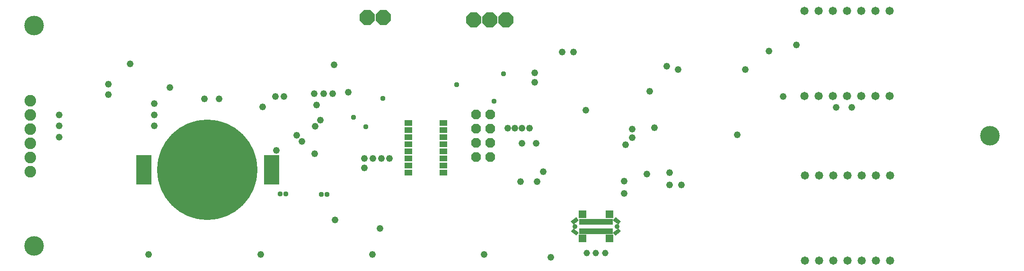
<source format=gbs>
G75*
%MOIN*%
%OFA0B0*%
%FSLAX25Y25*%
%IPPOS*%
%LPD*%
%AMOC8*
5,1,8,0,0,1.08239X$1,22.5*
%
%ADD10C,0.05800*%
%ADD11OC8,0.10800*%
%ADD12C,0.08200*%
%ADD13C,0.13792*%
%ADD14R,0.05800X0.03950*%
%ADD15C,0.70800*%
%ADD16R,0.10800X0.20800*%
%ADD17OC8,0.06800*%
%ADD18R,0.01981X0.04146*%
%ADD19R,0.04855X0.02769*%
%ADD20R,0.05556X0.05556*%
%ADD21C,0.03556*%
%ADD22C,0.04762*%
%ADD23C,0.03778*%
%ADD24C,0.04565*%
D10*
X0562863Y0009713D03*
X0572863Y0009713D03*
X0582863Y0009713D03*
X0592863Y0009713D03*
X0602863Y0009713D03*
X0612863Y0009713D03*
X0622863Y0009713D03*
X0622863Y0069713D03*
X0612863Y0069713D03*
X0602863Y0069713D03*
X0592863Y0069713D03*
X0582863Y0069713D03*
X0572863Y0069713D03*
X0562863Y0069713D03*
X0562548Y0125737D03*
X0572548Y0125737D03*
X0582548Y0125737D03*
X0592548Y0125737D03*
X0602548Y0125737D03*
X0612548Y0125737D03*
X0622548Y0125737D03*
X0622548Y0185737D03*
X0612548Y0185737D03*
X0602548Y0185737D03*
X0592548Y0185737D03*
X0582548Y0185737D03*
X0572548Y0185737D03*
X0562548Y0185737D03*
D11*
X0352194Y0179359D03*
X0340894Y0179280D03*
X0329477Y0179280D03*
X0265973Y0180934D03*
X0254556Y0180934D03*
D12*
X0017233Y0122233D03*
X0017233Y0112233D03*
X0017233Y0102233D03*
X0017233Y0092233D03*
X0017233Y0082233D03*
X0017233Y0072233D03*
D13*
X0019910Y0019910D03*
X0019910Y0175422D03*
X0693139Y0097469D03*
D14*
X0308296Y0096682D03*
X0308296Y0091721D03*
X0308296Y0086682D03*
X0308296Y0081682D03*
X0308296Y0076682D03*
X0308296Y0071682D03*
X0283611Y0071643D03*
X0283493Y0076643D03*
X0283493Y0081643D03*
X0283493Y0086643D03*
X0283493Y0091643D03*
X0283493Y0096643D03*
X0283493Y0101643D03*
X0283493Y0106643D03*
X0308296Y0106721D03*
X0308296Y0101682D03*
D15*
X0141957Y0073454D03*
D16*
X0097057Y0073754D03*
X0187157Y0073454D03*
D17*
X0331052Y0082469D03*
X0341052Y0082469D03*
X0341052Y0092469D03*
X0331052Y0092469D03*
X0331052Y0102469D03*
X0341052Y0102469D03*
X0341052Y0112469D03*
X0331052Y0112469D03*
D18*
X0404753Y0036957D03*
X0406721Y0036957D03*
X0408690Y0036957D03*
X0410658Y0036957D03*
X0412627Y0036957D03*
X0414595Y0036957D03*
X0416564Y0036957D03*
X0418532Y0036957D03*
X0420501Y0036957D03*
X0422469Y0036957D03*
X0424438Y0036957D03*
X0426406Y0036957D03*
X0426406Y0030422D03*
X0424438Y0030422D03*
X0422469Y0030422D03*
X0420501Y0030422D03*
X0418532Y0030422D03*
X0416564Y0030422D03*
X0414595Y0030422D03*
X0412627Y0030422D03*
X0410658Y0030422D03*
X0408690Y0030422D03*
X0406721Y0030422D03*
X0404753Y0030422D03*
D19*
G36*
X0401752Y0027151D02*
X0397980Y0030204D01*
X0399722Y0032355D01*
X0403494Y0029302D01*
X0401752Y0027151D01*
G37*
G36*
X0427626Y0029341D02*
X0431398Y0032394D01*
X0433140Y0030243D01*
X0429368Y0027190D01*
X0427626Y0029341D01*
G37*
G36*
X0431437Y0035025D02*
X0427665Y0038078D01*
X0429407Y0040229D01*
X0433179Y0037176D01*
X0431437Y0035025D01*
G37*
G36*
X0397980Y0037176D02*
X0401752Y0040229D01*
X0403494Y0038078D01*
X0399722Y0035025D01*
X0397980Y0037176D01*
G37*
D20*
X0406131Y0042154D03*
X0425028Y0042154D03*
X0425028Y0025225D03*
X0406131Y0025225D03*
D21*
X0400816Y0033690D03*
X0430343Y0033690D03*
D22*
X0383690Y0012036D03*
X0336839Y0014005D03*
X0263611Y0032115D03*
X0231721Y0038414D03*
X0258099Y0014005D03*
X0179359Y0014005D03*
X0100619Y0014005D03*
X0252587Y0075028D03*
X0252587Y0081721D03*
X0258493Y0081721D03*
X0264398Y0081721D03*
X0270304Y0081721D03*
X0217548Y0084871D03*
X0208493Y0093532D03*
X0204950Y0097863D03*
X0217942Y0104162D03*
X0221485Y0108493D03*
X0218729Y0119123D03*
X0195894Y0125422D03*
X0189989Y0125422D03*
X0180934Y0117942D03*
X0150225Y0123454D03*
X0139989Y0123454D03*
X0115580Y0131721D03*
X0104556Y0120304D03*
X0104556Y0112430D03*
X0104556Y0104556D03*
X0037627Y0104556D03*
X0037627Y0112430D03*
X0072272Y0126603D03*
X0072272Y0134083D03*
X0087627Y0148257D03*
X0217154Y0127391D03*
X0223847Y0127391D03*
X0230146Y0127391D03*
X0241170Y0128178D03*
X0231328Y0147469D03*
X0372666Y0141957D03*
X0372666Y0135265D03*
X0408493Y0115580D03*
X0441170Y0102194D03*
X0441170Y0096288D03*
X0436446Y0091170D03*
X0456918Y0103375D03*
X0515186Y0098257D03*
X0584871Y0117548D03*
X0595894Y0117548D03*
X0547469Y0125422D03*
X0520698Y0144320D03*
X0537627Y0157312D03*
X0556918Y0161643D03*
X0473454Y0144320D03*
X0465580Y0146682D03*
X0453375Y0128965D03*
X0399831Y0156524D03*
X0391957Y0156524D03*
X0368729Y0102981D03*
X0363611Y0102981D03*
X0358493Y0102981D03*
X0353375Y0102981D03*
X0363611Y0092351D03*
X0373454Y0092351D03*
X0378572Y0072272D03*
X0374241Y0065186D03*
X0362430Y0065186D03*
X0435658Y0065580D03*
X0451406Y0070698D03*
X0467548Y0071485D03*
X0467548Y0062824D03*
X0475816Y0062824D03*
X0435658Y0056918D03*
X0190383Y0087233D03*
X0037627Y0096682D03*
D23*
X0193139Y0056524D03*
X0197076Y0056524D03*
X0222272Y0056131D03*
X0226209Y0056131D03*
X0253375Y0103769D03*
X0244713Y0110461D03*
X0265580Y0123847D03*
X0317548Y0133690D03*
X0350619Y0141170D03*
X0343926Y0121879D03*
D24*
X0409280Y0014792D03*
X0415580Y0014792D03*
X0422272Y0014792D03*
M02*

</source>
